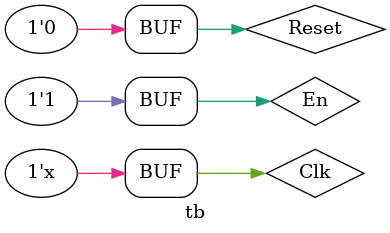
<source format=v>
`timescale 1ns / 1ps


module tb;

	// Inputs
	reg Clk;
	reg Reset;
	reg En;

	// Outputs
	wire [2:0] Output;
	wire Overflow;

	// Instantiate the Unit Under Test (UUT)
	gray uut (
		.Clk(Clk), 
		.Reset(Reset), 
		.En(En), 
		.Output(Output), 
		.Overflow(Overflow)
	);

	initial begin
		// Initialize Inputs
		Clk = 0;
		Reset = 0;
		En = 0;

		// Wait 100 ns for global reset to finish
		#100;
		En = 1;
		#20;
		Reset = 1;
		#20;
		Reset = 0;
		// Add stimulus here

	end
   always #10 Clk = ~Clk;   
endmodule


</source>
